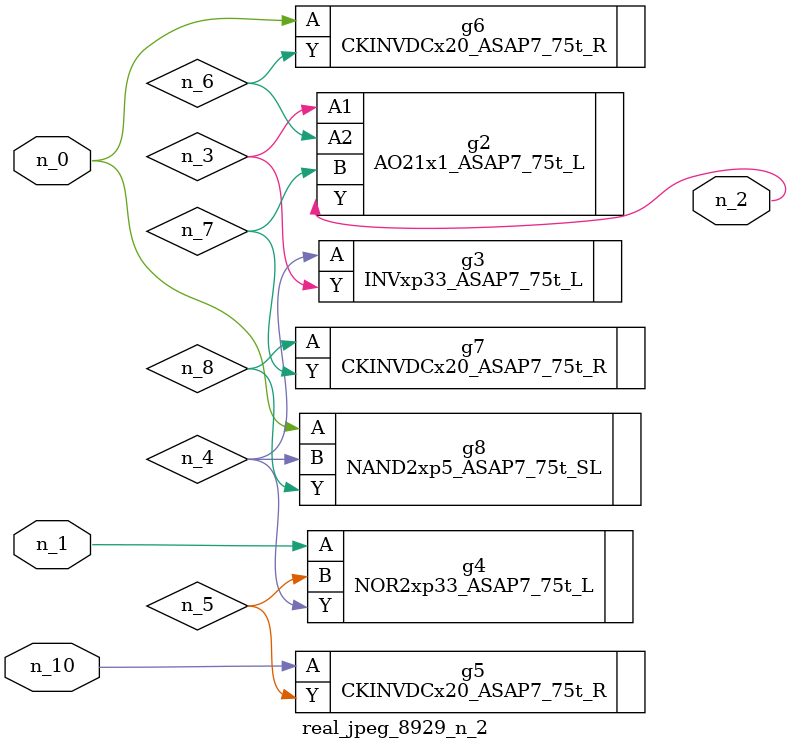
<source format=v>
module real_jpeg_8929_n_2 (n_1, n_10, n_0, n_2);

input n_1;
input n_10;
input n_0;

output n_2;

wire n_5;
wire n_4;
wire n_8;
wire n_6;
wire n_7;
wire n_3;

CKINVDCx20_ASAP7_75t_R g6 ( 
.A(n_0),
.Y(n_6)
);

NAND2xp5_ASAP7_75t_SL g8 ( 
.A(n_0),
.B(n_4),
.Y(n_8)
);

NOR2xp33_ASAP7_75t_L g4 ( 
.A(n_1),
.B(n_5),
.Y(n_4)
);

AO21x1_ASAP7_75t_L g2 ( 
.A1(n_3),
.A2(n_6),
.B(n_7),
.Y(n_2)
);

INVxp33_ASAP7_75t_L g3 ( 
.A(n_4),
.Y(n_3)
);

CKINVDCx20_ASAP7_75t_R g7 ( 
.A(n_8),
.Y(n_7)
);

CKINVDCx20_ASAP7_75t_R g5 ( 
.A(n_10),
.Y(n_5)
);


endmodule
</source>
